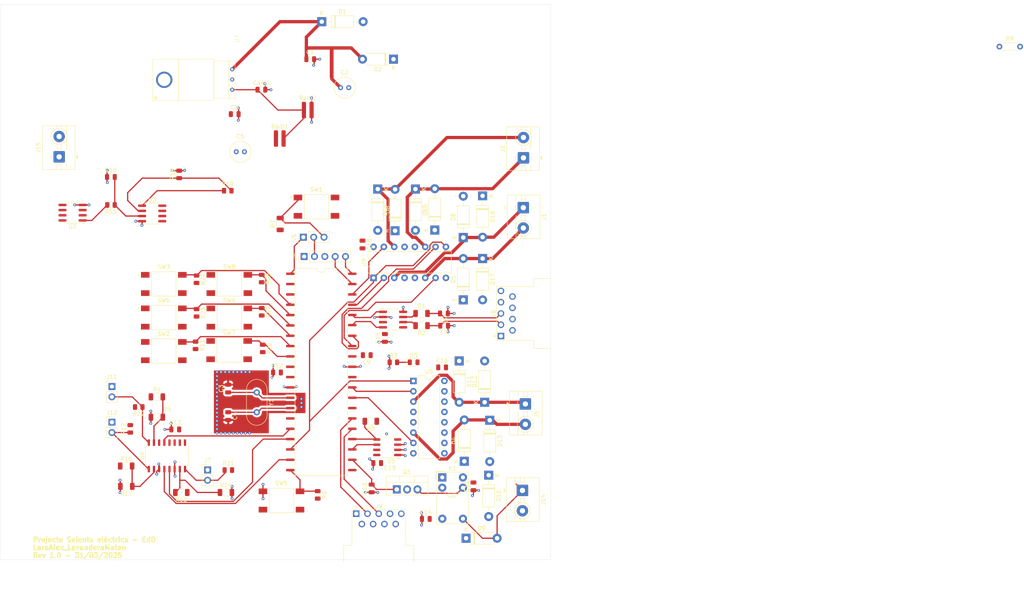
<source format=kicad_pcb>
(kicad_pcb (version 20240108) (generator "pcbnew") (generator_version "8.0")
  (layers (0 "F.Cu" signal) (31 "B.Cu" signal) (34 "B.Paste" user) (35 "F.Paste" user) (36 "B.SilkS" user "B.Silkscreen") (37 "F.SilkS" user "F.Silkscreen") (38 "B.Mask" user) (39 "F.Mask" user) (44 "Edge.Cuts" user))
  (net 0 "")
  (net 1 "GND")
  (net 2 "Net-(D1-K)")
  (net 3 "Net-(U10-OSC1{slash}CLKI{slash}RA7)")
  (net 4 "Net-(U10-OSC2{slash}CLKO{slash}RA6)")
  (net 5 "+5V")
  (net 6 "Net-(C6-Pad2)")
  (net 7 "Net-(C7-Pad2)")
  (net 8 "Net-(U3A-+)")
  (net 9 "VBAT")
  (net 10 "GNDPWR")
  (net 11 "ACTIVACIO_RELE")
  (net 12 "Net-(U7-ADJ{slash}GND)")
  (net 13 "Net-(D3-K)")
  (net 14 "Net-(D13-K)")
  (net 15 "Net-(D17-K)")
  (net 16 "Net-(D16-A)")
  (net 17 "Net-(D15-K)")
  (net 18 "Net-(D14-A)")
  (net 19 "Net-(D9-A2)")
  (net 20 "Net-(D11-A)")
  (net 21 "PGD")
  (net 22 "PGC")
  (net 23 "PROG_MCLR")
  (net 24 "Net-(J6-Pin_3)")
  (net 25 "Net-(J7-Pin_2)")
  (net 31 "Net-(U10-CK{slash}TX{slash}RC6)")
  (net 35 "Net-(U10-DT{slash}RX{slash}RC7)")
  (net 38 "Net-(J11-Pin_2)")
  (net 39 "Net-(J12-Pin_2)")
  (net 40 "Net-(Q1-C)")
  (net 41 "Net-(R4-Pad2)")
  (net 42 "CINT_OUT")
  (net 43 "SDA")
  (net 44 "M1_BOT")
  (net 45 "M3_BOT")
  (net 46 "Net-(R13-Pad2)")
  (net 47 "Net-(U2-V_{OUT})")
  (net 48 "Net-(R16-Pad2)")
  (net 49 "Net-(U3A--)")
  (net 50 "ANALOGIC_OUT")
  (net 51 "M2_BOT")
  (net 57 "OUT_FC2")
  (net 58 "OUT_FC3")
  (net 59 "SCL")
  (net 60 "M3_IN2")
  (net 62 "PWM")
  (net 64 "M3_IN1")
  (net 68 "M2_IN2")
  (net 69 "M1_IN1")
  (net 70 "M1_IN2")
  (net 71 "M2_IN1")
  (net 74 "OUT_FC1")
  (net 77 "M11_BOT")
  (net 81 "Net-(J6-Pin_1)")
  (net 82 "M22_BOT")
  (net 83 "M33_BOT")
  (net 84 "Net-(TJA1051T1-TXD)")
  (net 85 "Net-(TJA1051T1-RXD)")
  (net 87 "Net-(TJA1051T1-CAN-)")
  (net 88 "Net-(TJA1051T1-CAN+)")
  (footprint "Resistor_SMD:R_1206_3216Metric" (layer "F.Cu") (at 88.4625 134.5)
    (property "Reference" "R14")
    (property "Value" "10k")
  )
  (footprint "TerminalBlock:TerminalBlock_MaiXu_MX126-5.0-02P_1x02_P5.00mm" (layer "F.Cu") (at 161.2825 134 -90)
    (property "Reference" "J14")
    (property "Value" "Screw_Terminal_01x02")
  )
  (footprint "Capacitor_THT:C_Radial_D5.0mm_H5.0mm_P2.00mm" (layer "F.Cu") (at 91 50.75)
    (property "Reference" "C5")
    (property "Value" "1uF")
  )
  (footprint "Connector_Dsub:DSUB-9_Male_Horizontal_P2.77x2.84mm_EdgePinOffset9.40mm" (layer "F.Cu") (at 156 96.04 90)
    (property "Reference" "J8")
    (property "Value" "DE9_Plug")
  )
  (footprint "AlexLibrary:SW_2-1437565-7" (layer "F.Cu") (at 73.2 99.75)
    (property "Reference" "SW2")
    (property "Value" "SW_Push")
  )
  (footprint "Capacitor_SMD:C_0805_2012Metric" (layer "F.Cu") (at 142.05 93.5 180)
    (property "Reference" "C7")
    (property "Value" "47n")
  )
  (footprint "AlexLibrary:SW_2-1437565-7" (layer "F.Cu") (at 89.25 99.5)
    (property "Reference" "SW7")
    (property "Value" "SW_Push")
  )
  (footprint "Mis_huellas:SW_2-1437565-7" (layer "F.Cu") (at 102.105776 136.466146)
    (property "Reference" "SW5")
    (property "Value" "SW_Push")
  )
  (footprint "Diode_THT:D_DO-41_SOD81_P7.62mm_Horizontal" (layer "F.Cu") (at 129.62 28 180)
    (property "Reference" "D2")
    (property "Value" "D_TVS")
  )
  (footprint "Capacitor_SMD:C_0805_2012Metric" (layer "F.Cu") (at 123.05 100.75 180)
    (property "Reference" "C9")
    (property "Value" "100n")
  )
  (footprint "Connector_PinHeader_2.54mm:PinHeader_1x02_P2.54mm_Vertical" (layer "F.Cu") (at 60.4625 108.46)
    (property "Reference" "J11")
    (property "Value" "Conn_01x02")
  )
  (footprint "AlexLibrary:SW_2-1437565-7" (layer "F.Cu") (at 89.3 83.25)
    (property "Reference" "SW8")
    (property "Value" "SW_Push")
  )
  (footprint "Resistor_SMD:R_1206_3216Metric" (layer "F.Cu") (at 124.0375 117 180)
    (property "Reference" "R8")
    (property "Value" "2k")
  )
  (footprint "Resistor_SMD:R_0805_2012Metric" (layer "F.Cu") (at 76.965 56.325 90)
    (property "Reference" "R18")
    (property "Value" "1k")
  )
  (footprint "Resistor_SMD:R_0805_2012Metric" (layer "F.Cu") (at 97.25 90.0875 -90)
    (property "Reference" "R10")
    (property "Value" "10k")
  )
  (footprint "Resistor_SMD:R_0805_2012Metric" (layer "F.Cu") (at 81.25 90.3375 -90)
    (property "Reference" "R23")
    (property "Value" "10k")
  )
  (footprint "Package_DIP:DIP-16_W7.62mm" (layer "F.Cu") (at 124.71 81.75 90)
    (property "Reference" "U9")
    (property "Value" "L293D")
  )
  (footprint "Resistor_SMD:R_0805_2012Metric" (layer "F.Cu") (at 81.25 82.0875 -90)
    (property "Reference" "R24")
    (property "Value" "10k")
  )
  (footprint "Diode_THT:D_DO-41_SOD81_P10.16mm_Horizontal" (layer "F.Cu") (at 125.75 59.92 -90)
    (property "Reference" "D8")
    (property "Value" "1N5819")
  )
  (footprint "Connector_PinHeader_2.54mm:PinHeader_1x02_P2.54mm_Vertical" (layer "F.Cu") (at 60.4625 117.225)
    (property "Reference" "J12")
    (property "Value" "Conn_01x02")
  )
  (footprint "TerminalBlock:TerminalBlock_MaiXu_MX126-5.0-02P_1x02_P5.00mm" (layer "F.Cu") (at 162 112.75 -90)
    (property "Reference" "J5")
    (property "Value" "Screw_Terminal_01x02")
  )
  (footprint "Diode_THT:D_DO-41_SOD81_P10.16mm_Horizontal" (layer "F.Cu") (at 112 18.78)
    (property "Reference" "D1")
    (property "Value" "1N4002")
  )
  (footprint "Diode_THT:D_DO-41_SOD81_P10.16mm_Horizontal" (layer "F.Cu") (at 147 126.83 90)
    (property "Reference" "D4")
    (property "Value" "1N5819")
  )
  (footprint "Capacitor_SMD:C_0805_2012Metric" (layer "F.Cu") (at 137.55 141)
    (property "Reference" "C14")
    (property "Value" "33n")
  )
  (footprint "Capacitor_SMD:C_0805_2012Metric" (layer "F.Cu") (at 109.17 28)
    (property "Reference" "C1")
    (property "Value" "100nF")
  )
  (footprint "Package_DIP:DIP-16_W7.62mm" (layer "F.Cu") (at 134.5 107.09)
    (property "Reference" "U6")
    (property "Value" "L293D")
  )
  (footprint "Resistor_SMD:R_1206_3216Metric" (layer "F.Cu") (at 71.5 116 180)
    (property "Reference" "R5")
    (property "Value" "10k")
  )
  (footprint "Resistor_SMD:R_1206_3216Metric" (layer "F.Cu") (at 63.9625 128)
    (property "Reference" "R16")
    (property "Value" "10k")
  )
  (footprint "Diode_THT:D_DO-41_SOD81_P10.16mm_Horizontal" (layer "F.Cu") (at 130 70.16 90)
    (property "Reference" "D14")
    (property "Value" "1N5819")
  )
  (footprint "AlexLibrary:SW_2-1437565-7" (layer "F.Cu") (at 89.3 91.5)
    (property "Reference" "SW4")
    (property "Value" "SW_Push")
  )
  (footprint "Diode_THT:D_DO-41_SOD81_P10.16mm_Horizontal" (layer "F.Cu") (at 139.75 70 90)
    (property "Reference" "D7")
    (property "Value" "1N5819")
  )
  (footprint "AlexLibrary:SW_2-1437565-7" (layer "F.Cu") (at 73.2 83.25)
    (property "Reference" "SW3")
    (property "Value" "SW_Push")
  )
  (footprint "Resistor_SMD:R_0805_2012Metric" (layer "F.Cu") (at 60.2375 63.825 180)
    (property "Reference" "R15")
    (property "Value" "10k")
  )
  (footprint "Resistor_SMD:R_1206_3216Metric" (layer "F.Cu") (at 136.5 90.5)
    (property "Reference" "R1")
    (property "Value" "120")
  )
  (footprint "Resistor_SMD:R_0815_2038Metric" (layer "F.Cu") (at 108.5575 40.5)
    (property "Reference" "Radj2")
    (property "Value" "270")
  )
  (footprint "Resistor_SMD:R_0805_2012Metric" (layer "F.Cu") (at 111 135.0875 -90)
    (property "Reference" "R6")
    (property "Value" "10k")
  )
  (footprint "Mis_huellas:DIP-40_W15.24mm_SMD" (layer "F.Cu") (at 112.06 105.365)
    (property "Reference" "U10" (hide yes))
    (property "Value" "PIC18F4580-IP" (hide yes))
  )
  (footprint "Diode_THT:D_DO-41_SOD81_P7.62mm_Horizontal" (layer "F.Cu") (at 147.44 145.75)
    (property "Reference" "D9")
    (property "Value" "D_TVS")
  )
  (footprint "Diode_THT:D_DO-41_SOD81_P10.16mm_Horizontal" (layer "F.Cu") (at 145.75 102.17 -90)
    (property "Reference" "D11")
    (property "Value" "1N5819")
  )
  (footprint "Resistor_SMD:R_0805_2012Metric" (layer "F.Cu") (at 81 98.3375 -90)
    (property "Reference" "R11")
    (property "Value" "10k")
  )
  (footprint "Connector_PinHeader_2.54mm:PinHeader_1x02_P2.54mm_Vertical" (layer "F.Cu") (at 83.9625 128.96)
    (property "Reference" "J7")
    (property "Value" "Conn_01x02")
  )
  (footprint "Capacitor_SMD:C_0805_2012Metric" (layer "F.Cu") (at 76.0125 119)
    (property "Reference" "C17")
    (property "Value" "100n")
  )
  (footprint "Capacitor_SMD:C_0805_2012Metric" (layer "F.Cu") (at 89 108.95 90)
    (property "Reference" "C3")
    (property "Value" "35pF")
  )
  (footprint "Diode_THT:D_DO-41_SOD81_P10.16mm_Horizontal" (layer "F.Cu") (at 146.75 87.16 90)
    (property "Reference" "D5")
    (property "Value" "1N5819")
  )
  (footprint "Capacitor_SMD:C_0805_2012Metric" (layer "F.Cu") (at 90.62 41.5)
    (property "Reference" "C8")
    (property "Value" "100nF")
  )
  (footprint "TerminalBlock:TerminalBlock_MaiXu_MX126-5.0-02P_1x02_P5.00mm" (layer "F.Cu") (at 161.5325 52.25 90)
    (property "Reference" "J2")
    (property "Value" "Screw_Terminal_01x02")
  )
  (footprint "Diode_THT:D_DO-41_SOD81_P10.16mm_Horizontal" (layer "F.Cu") (at 146.75 71.83 90)
    (property "Reference" "D6")
    (property "Value" "1N5819")
  )
  (footprint "Resistor_SMD:R_0805_2012Metric" (layer "F.Cu") (at 97.5 99.0875 -90)
    (property "Reference" "R20")
    (property "Value" "10k")
  )
  (footprint "Resistor_SMD:R_0805_2012Metric" (layer "F.Cu") (at 64.9625 118.857448 90)
    (property "Reference" "R12")
    (property "Value" "10k")
  )
  (footprint "Diode_THT:D_DO-41_SOD81_P10.16mm_Horizontal" (layer "F.Cu") (at 153.25 116.75 -90)
    (property "Reference" "D13")
    (property "Value" "1N5819")
  )
  (footprint "Capacitor_SMD:C_0805_2012Metric" (layer "F.Cu") (at 125.6075 127.27)
    (property "Reference" "C19")
    (property "Value" "100n")
  )
  (footprint "Resistor_SMD:R_0805_2012Metric" (layer "F.Cu") (at 89.05 129)
    (property "Reference" "R21")
    (property "Value" "10k")
  )
  (footprint "Resistor_SMD:R_1206_3216Metric" (layer "F.Cu") (at 77.5 134.5 180)
    (property "Reference" "R13")
    (property "Value" "10k")
  )
  (footprint "AlexLibrary:SW_2-1437565-7" (layer "F.Cu") (at 73.2 91.5)
    (property "Reference" "SW6")
    (property "Value" "SW_Push")
  )
  (footprint "Capacitor_SMD:C_0805_2012Metric" (layer "F.Cu") (at 97.17 35.5)
    (property "Reference" "Cadj1")
    (property "Value" "10uF")
  )
  (footprint "Resistor_SMD:R_0805_2012Metric" (layer "F.Cu") (at 129.5875 102.5)
    (property "Reference" "R3")
    (property "Value" "150")
  )
  (footprint "TerminalBlock:TerminalBlock_MaiXu_MX126-5.0-02P_1x02_P5.00mm" (layer "F.Cu") (at 47.5 52 90)
    (property "Reference" "J15")
    (property "Value" "Screw_Terminal_01x02")
  )
  (footprint "Capacitor_SMD:C_0805_2012Metric" (layer "F.Cu") (at 122 73.55 -90)
    (property "Reference" "C18")
    (property "Value" "100n")
  )
  (footprint "Package_SO:SOIC-8_3.9x4.9mm_P1.27mm" (layer "F.Cu") (at 129.5 92)
    (property "Reference" "TJA1051T1" (hide yes))
    (property "Value" "U1")
  )
  (footprint "Capacitor_SMD:C_0805_2012Metric" (layer "F.Cu") (at 124.25 133.5 90)
    (property "Reference" "C13")
    (property "Value" "47n")
  )
  (footprint "Capacitor_SMD:C_0805_2012Metric" (layer "F.Cu") (at 60.208562 56.949569)
    (property "Reference" "C10")
    (property "Value" "100n")
  )
  (footprint "Diode_THT:D_DO-41_SOD81_P10.16mm_Horizontal" (layer "F.Cu") (at 151.5 77 -90)
    (property "Reference" "D17")
    (property "Value" "1N5819")
  )
  (footprint "Capacitor_SMD:C_0805_2012Metric" (layer "F.Cu") (at 142 90.5 180)
    (property "Reference" "C6")
    (property "Value" "47n")
  )
  (footprint "Connector_Dsub:DSUB-9_Male_Horizontal_P2.77x2.54mm_EdgePinOffset9.40mm" (layer "F.Cu") (at 120.46 139.724669)
    (property "Reference" "J9")
    (property "Value" "DE9_Plug")
  )
  (footprint "Resistor_SMD:R_0805_2012Metric" (layer "F.Cu") (at 97.25 81.9125 -90)
    (property "Reference" "R25")
    (property "Value" "10k")
  )
  (footprint "Resistor_SMD:R_1206_3216Metric" (layer "F.Cu") (at 101.7875 68.5 90)
    (property "Reference" "R7")
    (property "Value" "300")
  )
  (footprint "Package_SO:SOIC-8_3.9x4.9mm_P1.27mm" (layer "F.Cu") (at 70.35 65.92)
    (property "Reference" "U3")
    (property "Value" "LT6234")
  )
  (footprint "Diode_THT:D_DO-41_SOD81_P10.16mm_Horizontal" (layer "F.Cu") (at 135 59.92 -90)
    (property "Reference" "D15")
    (property "Value" "1N5819")
  )
  (footprint "Connector_PinHeader_2.54mm:PinHeader_1x05_P2.54mm_Vertical" (layer "F.Cu") (at 107.67 76.5 90)
    (property "Reference" "J4")
    (property "Value" "Conn_01x05")
  )
  (footprint "MountingHole:MountingHole_3.2mm_M3" (layer "F.Cu") (at 48.5 18.5)
    (property "Reference" "REF**")
    (property "Value" "MountingHole_3.2mm_M3")
  )
  (footprint "Capacitor_SMD:C_0805_2012Metric" (layer "F.Cu") (at 127.5 96.5 90)
    (property "Reference" "C15")
    (property "Value" "100n")
  )
  (footprint "Capacitor_SMD:C_0805_2012Metric" (layer "F.Cu") (at 149.25 133 90)
    (property "Reference" "C11")
    (property "Value" "47n")
  )
  (footprint "Capacitor_SMD:C_0805_2012Metric" (layer "F.Cu") (at 141.55 103.75)
    (property "Reference" "C16")
    (property "Value" "100n")
  )
  (footprint "Package_SO:SO-8_3.9x4.9mm_P1.27mm" (layer "F.Cu") (at 128.075 123.385 180)
    (property "Reference" "U5")
    (property "Value" "24LC512")
  )
  (footprint "Connector_PinHeader_2.54mm:PinHeader_1x03_P2.54mm_Vertical" (layer "F.Cu") (at 107.475 71.75 90)
    (property "Reference" "J6")
    (property "Value" "Conn_01x03")
  )
  (footprint "Mis_huellas:HuellaDis" (layer "F.Cu") (at 92.21 32.991157 90)
    (property "Reference" "U7")
    (property "Value" "LD1086V-DG")
  )
  (footprint "MountingHole:MountingHole_3.2mm_M3" (layer "F.Cu") (at 162 147.25)
    (property "Reference" "REF**")
    (property "Value" "MountingHole_3.2mm_M3")
  )
  (footprint "Mis_huellas:SW_2-1437565-7" (layer "F.Cu") (at 110.7 64.25)
    (property "Reference" "SW1")
    (property "Value" "SW_Push" (hide yes))
  )
  (footprint "Capacitor_SMD:C_0805_2012Metric" (layer "F.Cu") (at 89.017929 115.728641 -90)
    (property "Reference" "C4")
    (property "Value" "35pF")
  )
  (footprint "Resistor_SMD:R_0805_2012Metric" (layer "F.Cu") (at 88.9125 60.325)
    (property "Reference" "R19")
    (property "Value" "9k")
  )
  (footprint "Resistor_SMD:R_0815_2038Metric" (layer "F.Cu") (at 101.6825 47.5)
    (property "Reference" "Radj1")
    (property "Value" "121")
  )
  (footprint "Resistor_SMD:R_1206_3216Metric" (layer "F.Cu") (at 136.5 93.5 180)
    (property "Reference" "R2")
    (property "Value" "120")
  )
  (footprint "Resistor_THT:R_Axial_DIN0204_L3.6mm_D1.6mm_P5.08mm_Horizontal" (layer "F.Cu") (at 278.43 24.91)
    (property "Reference" "R9")
    (property "Value" "0")
  )
  (footprint "Diode_THT:D_DO-41_SOD81_P10.16mm_Horizontal" (layer "F.Cu") (at 151.5 61.59 -90)
    (property "Reference" "D16")
    (property "Value" "1N5819")
  )
  (footprint "TerminalBlock:TerminalBlock_MaiXu_MX126-5.0-02P_1x02_P5.00mm" (layer "F.Cu") (at 161.5 64.5 -90)
    (property "Reference" "J1")
    (property "Value" "Screw_Terminal_01x02")
  )
  (footprint "Capacitor_SMD:C_0805_2012Metric" (layer "F.Cu") (at 101 105)
    (property "Reference" "C12")
    (property "Value" "100n")
  )
  (footprint "Capacitor_THT:C_Radial_D5.0mm_H5.0mm_P2.00mm" (layer "F.Cu") (at 116.62 35)
    (property "Reference" "C2")
    (property "Value" "1uF")
  )
  (footprint "Package_SO:SOIC-16_4.55x10.3mm_P1.27mm" (layer "F.Cu") (at 73.9625 125.5 90)
    (property "Reference" "U4")
    (property "Value" "LT1721")
  )
  (footprint "Package_SO:SOIC-8_3.9x4.9mm_P1.27mm" (layer "F.Cu") (at 50.8 65.73 180)
    (property "Reference" "U2")
    (property "Value" "LM35-D")
  )
  (footprint "Relay_THT:Relay_SPDT_Omron_G5V-1" (layer "F.Cu") (at 141.5925 130.7925)
    (property "Reference" "K1")
    (property "Value" "Relay_SPDT")
  )
  (footprint "Diode_THT:D_DO-41_SOD81_P10.16mm_Horizontal" (layer "F.Cu") (at 153 130.25 -90)
    (property "Reference" "D10")
    (property "Value" "1N4007")
  )
  (footprint "Diode_THT:D_DO-41_SOD81_P10.16mm_Horizontal" (layer "F.Cu") (at 152 112.33 90)
    (property "Reference" "D12")
    (property "Value" "1N5819")
  )
  (footprint "LED_SMD:LED_0805_2012Metric" (layer "F.Cu") (at 134.5625 102.5)
    (property "Reference" "D3")
    (property "Value" "LED")
  )
  (footprint "Resistor_SMD:R_1206_3216Metric" (layer "F.Cu") (at 64 133 180)
    (property "Reference" "R17")
    (property "Value" "10k")
  )
  (footprint "Resistor_SMD:R_0805_2012Metric" (layer "F.Cu") (at 67.05 113.5 180)
    (property "Reference" "R22")
    (property "Value" "10k")
  )
  (footprint "Crystal:Crystal_HC49-U_Vertical" (layer "F.Cu") (at 96.034112 109.90673 -90)
    (property "Reference" "Y1")
    (property "Value" "Crystal")
  )
  (footprint "Resistor_SMD:R_1206_3216Metric" (layer "F.Cu") (at 71.5 111)
    (property "Reference" "R4")
    (property "Value" "10k")
  )
  (footprint "Package_TO_SOT_THT:TO-220-3_Vertical" (layer "F.Cu") (at 130.42 133.75)
    (property "Reference" "Q1")
    (property "Value" "DTC144E")
  )
  (gr_rect (start 33 14.5) (end 168.25 151) (stroke (width 0.05)) (fill none) (layer "Edge.Cuts"))
  (gr_text_box "Projecte Seients elèctrics - EdD\nLaraAlex_LavanderaMateo\nRev 1.0 - 31/03/2025" (start 40 144.5) (end 74 156) (layer "F.SilkS") (effects (font (size 1.2 1.2) (thickness 0.3) (bold yes)) (justify left top)) (border yes))
  (segment (start 117.64 103.64) (end 117.5 103.5) (width 0.3) (layer "F.Cu") (net 1))
  (segment (start 76.965 55.4125) (end 78.2375 55.4125) (width 0.3) (layer "F.Cu") (net 1))
  (segment (start 97.555776 135.989044) (end 97.578931 136.012199) (width 0.3) (layer "F.Cu") (net 1))
  (segment (start 72.0575 128.75) (end 72.0575 127.595) (width 0.3) (layer "F.Cu") (net 1))
  (segment (start 70.0375 114.5375) (end 70 114.5) (width 0.3) (layer "F.Cu") (net 1))
  (segment (start 132.31 125.29) (end 132.5 125.48) (width 0.3) (layer "F.Cu") (net 1))
  (segment (start 128.675 102.5) (end 128.675 103.825) (width 0.3) (layer "F.Cu") (net 1))
  (segment (start 105.57 108.68) (end 105.75 108.5) (width 0.3) (layer "F.Cu") (net 1))
  (segment (start 131.975 90.095) (end 131.975 89.025) (width 0.3) (layer "F.Cu") (net 1))
  (segment (start 109.495 40.5) (end 109.495 37.505) (width 0.3) (layer "F.Cu") (net 1))
  (segment (start 75.0625 119) (end 73.4625 119) (width 0.3) (layer "F.Cu") (net 1))
  (segment (start 124.25 134.45) (end 122.8 134.45) (width 0.3) (layer "F.Cu") (net 1))
  (segment (start 98.12 35.5) (end 99.5 35.5) (width 0.3) (layer "F.Cu") (net 1))
  (segment (start 128.9 97.45) (end 129 97.55) (width 0.3) (layer "F.Cu") (net 1))
  (segment (start 75.8675 128.75) (end 75.8675 127.095) (width 0.3) (layer "F.Cu") (net 1))
  (segment (start 53.275 63.825) (end 51.325 63.825) (width 0.3) (layer "F.Cu") (net 1))
  (segment (start 91.57 41.5) (end 91.57 42.93) (width 0.3) (layer "F.Cu") (net 1))
  (segment (start 132.46 124.02) (end 132.5 123.98) (width 0.3) (layer "F.Cu") (net 1))
  (segment (start 110.12 28) (end 111.5 28) (width 0.3) (layer "F.Cu") (net 1))
  (segment (start 70.0375 116) (end 70.0375 117.4625) (width 0.3) (layer "F.Cu") (net 1))
  (segment (start 126.970432 91.470432) (end 127 91.5) (width 0.3) (layer "F.Cu") (net 1))
  (segment (start 130.65 125.29) (end 132.31 125.29) (width 0.3) (layer "F.Cu") (net 1))
  (segment (start 142.95 90.5) (end 144.5 90.5) (width 0.3) (layer "F.Cu") (net 1))
  (segment (start 76.965 55.4125) (end 75.4125 55.4125) (width 0.3) (layer "F.Cu") (net 1))
  (segment (start 89.925 135.9625) (end 89.9625 136) (width 0.3) (layer "F.Cu") (net 1))
  (segment (start 89.925 134.5) (end 89.925 133.0375) (width 0.3) (layer "F.Cu") (net 1))
  (segment (start 91.57 40.07) (end 91.5 40) (width 0.3) (layer "F.Cu") (net 1))
  (segment (start 75.8675 130.405) (end 75.9625 130.5) (width 0.3) (layer "F.Cu") (net 1))
  (segment (start 110.12 28) (end 110.12 29.38) (width 0.3) (layer "F.Cu") (net 1))
  (segment (start 119.5 103.64) (end 117.64 103.64) (width 0.3) (layer "F.Cu") (net 1))
  (segment (start 100.05 105.95) (end 99.75 106.25) (width 0.3) (layer "F.Cu") (net 1))
  (segment (start 132.23 122.75) (end 132.5 122.48) (width 0.3) (layer "F.Cu") (net 1))
  (segment (start 109.495 43.495) (end 109.5 43.5) (width 0.3) (layer "F.Cu") (net 1))
  (segment (start 121.36 103.64) (end 121.5 103.5) (width 0.3) (layer "F.Cu") (net 1))
  (segment (start 97.555776 134.216146) (end 97.555776 135.989044) (width 0.3) (layer "F.Cu") (net 1))
  (segment (start 71.4625 129.345) (end 71.4625 130) (width 0.3) (layer "F.Cu") (net 1))
  (segment (start 59.258562 56.949569) (end 59.258562 55.391438) (width 0.3) (layer "F.Cu") (net 1))
  (segment (start 128.675 102.5) (end 128.675 101.175) (width 0.3) (layer "F.Cu") (net 1))
  (segment (start 91.57 41.5) (end 91.57 40.07) (width 0.3) (layer "F.Cu") (net 1))
  (segment (start 127.025 91.365) (end 128.865 91.365) (width 0.3) (layer "F.Cu") (net 1))
  (segment (start 97.055776 134.016146) (end 97.105776 133.966146) (width 0.3) (layer "F.Cu") (net 1))
  (segment (start 86.36 108) (end 86.26 107.9) (width 0.3) (layer "F.Cu") (net 1))
  (segment (start 128.865 91.365) (end 129 91.5) (width 0.3) (layer "F.Cu") (net 1))
  (segment (start 62.5375 133) (end 62.5375 131.575) (width 0.3) (layer "F.Cu") (net 1))
  (segment (start 70.0375 117.4625) (end 70 117.5) (width 0.3) (layer "F.Cu") (net 1))
  (segment (start 130.65 124.02) (end 132.46 124.02) (width 0.3) (layer "F.Cu") (net 1))
  (segment (start 122.8 134.45) (end 122.75 134.5) (width 0.3) (layer "F.Cu") (net 1))
  (segment (start 109.495 40.5) (end 109.495 43.495) (width 0.3) (layer "F.Cu") (net 1))
  (segment (start 110.12 29.38) (end 110 29.5) (width 0.3) (layer "F.Cu") (net 1))
  (segment (start 130.65 122.75) (end 132.23 122.75) (width 0.3) (layer "F.Cu") (net 1))
  (segment (start 142.95 89.05) (end 143 89) (width 0.3) (layer "F.Cu") (net 1))
  (segment (start 126.96 91.46) (end 127 91.5) (width 0.3) (layer "F.Cu") (net 1))
  (segment (start 127.5 97.45) (end 126.1 97.45) (width 0.3) (layer "F.Cu") (net 1))
  (segment (start 59.258562 58.258562) (end 59.325 58.325) (width 0.3) (layer "F.Cu") (net 1))
  (segment (start 102.93 108.68) (end 102.75 108.5) (width 0.3) (layer "F.Cu") (net 1))
  (segment (start 89.017929 116.678641) (end 86.481359 116.678641) (width 0.3) (layer "F.Cu") (net 1))
  (segment (start 125.7 134.45) (end 125.75 134.5) (width 0.3) (layer "F.Cu") (net 1))
  (segment (start 98.12 35.5) (end 98.12 34.12) (width 0.3) (layer "F.Cu") (net 1))
  (segment (start 124.25 134.45) (end 125.7 134.45) (width 0.3) (layer "F.Cu") (net 1))
  (segment (start 72.0575 128.75) (end 71.4625 129.345) (width 0.3) (layer "F.Cu") (net 1))
  (segment (start 143 93.5) (end 144.5 93.5) (width 0.3) (layer "F.Cu") (net 1))
  (segment (start 86.481359 116.678641) (end 86.26 116.9) (width 0.3) (layer "F.Cu") (net 1))
  (segment (start 91.57 42.93) (end 91.5 43) (width 0.3) (layer "F.Cu") (net 1))
  (segment (start 124.6575 127.1575) (end 124.6575 127.27) (width 0.3) (layer "F.Cu") (net 1))
  (segment (start 128.675 101.175) (end 128.5 101) (width 0.3) (layer "F.Cu") (net 1))
  (segment (start 78.2375 55.4125) (end 78.325 55.325) (width 0.3) (layer "F.Cu") (net 1))
  (segment (start 109.495 37.505) (end 109.5 37.5) (width 0.3) (layer "F.Cu") (net 1))
  (segment (start 97.555776 134.216146) (end 97.555776 132.535354) (width 0.3) (layer "F.Cu") (net 1))
  (segment (start 67.875 68.775) (end 67.825 68.825) (width 0.3) (layer "F.Cu") (net 1))
  (segment (start 128.075 120.245) (end 127.925 120.095) (width 0.3) (layer "F.Cu") (net 1))
  (segment (start 143 93.5) (end 143 95) (width 0.3) (layer "F.Cu") (net 1))
  (segment (start 72.0575 127.595) (end 71.9625 127.5) (width 0.3) (layer "F.Cu") (net 1))
  (segment (start 53.275 63.825) (end 54.825 63.825) (width 0.3) (layer "F.Cu") (net 1))
  (segment (start 62.5375 134.425) (end 62.4625 134.5) (width 0.3) (layer "F.Cu") (net 1))
  (segment (start 131.975 89.025) (end 132 89) (width 0.3) (layer "F.Cu") (net 1))
  (segment (start 67.875 67.825) (end 66.325 67.825) (width 0.3) (layer "F.Cu") (net 1))
  (segment (start 98.12 34.12) (end 98 34) (width 0.3) (layer "F.Cu") (net 1))
  (segment (start 125.135 91.365) (end 125 91.5) (width 0.3) (layer "F.Cu") (net 1))
  (segment (start 124.6575 127.27) (end 124.6575 128.5925) (width 0.3) (layer "F.Cu") (net 1))
  (segment (start 104.26 108.68) (end 105.57 108.68) (width 0.3) (layer "F.Cu") (net 1))
  (segment (start 75.8675 127.095) (end 75.9625 127) (width 0.3) (layer "F.Cu") (net 1))
  (segment (start 97.555776 132.535354) (end 97.578931 132.512199) (width 0.3) (layer "F.Cu") (net 1))
  (segment (start 100.05 103.3) (end 100 103.25) (width 0.3) (layer "F.Cu") (net 1))
  (segment (start 128.675 103.825) (end 128.5 104) (width 0.3) (layer "F.Cu") (net 1))
  (segment (start 62.5375 131.575) (end 62.4625 131.5) (width 0.3) (layer "F.Cu") (net 1))
  (segment (start 62.5375 133) (end 62.5375 134.425) (width 0.3) (layer "F.Cu") (net 1))
  (segment (start 123.75 126.25) (end 124.6575 127.1575) (width 0.3) (layer "F.Cu") (net 1))
  (segment (start 119.5 103.64) (end 121.36 103.64) (width 0.3) (layer "F.Cu") (net 1))
  (segment (start 124.6575 128.5925) (end 124.5 128.75) (width 0.3) (layer "F.Cu") (net 1))
  (segment (start 100.05 105) (end 100.05 105.95) (width 0.3) (layer "F.Cu") (net 1))
  (segment (start 89.925 134.5) (end 89.925 135.9625) (width 0.3) (layer "F.Cu") (net 1))
  (segment (start 127.025 91.365) (end 125.135 91.365) (width 0.3) (layer "F.Cu") (net 1))
  (segment (start 75.0625 117.6) (end 74.9625 117.5) (width 0.3) (layer "F.Cu") (net 1))
  (segment (start 89.925 133.0375) (end 89.9625 133) (width 0.3) (layer "F.Cu") (net 1))
  (segment (start 127.5 97.45) (end 128.9 97.45) (width 0.3) (layer "F.Cu") (net 1))
  (segment (start 59.258562 55.391438) (end 59.325 55.325) (width 0.3) (layer "F.Cu") (net 1))
  (segment (start 89 108) (end 86.36 108) (width 0.3) (layer "F.Cu") (net 1))
  (segment (start 126.1 97.45) (end 126 97.55) (width 0.3) (layer "F.Cu") (net 1))
  (segment (start 67.875 67.825) (end 67.875 68.775) (width 0.3) (layer "F.Cu") (net 1))
  (segment (start 75.8675 128.75) (end 75.8675 130.405) (width 0.3) (layer "F.Cu") (net 1))
  (segment (start 59.258562 56.949569) (end 59.258562 58.258562) (width 0.3) (layer "F.Cu") (net 1))
  (segment (start 142.95 90.5) (end 142.95 89.05) (width 0.3) (layer "F.Cu") (net 1))
  (segment (start 100.05 105) (end 100.05 103.3) (width 0.3) (layer "F.Cu") (net 1))
  (segment (start 75.4125 55.4125) (end 75.325 55.325) (width 0.3) (layer "F.Cu") (net 1))
  (segment (start 75.0625 119) (end 75.0625 117.6) (width 0.3) (layer "F.Cu") (net 1))
  (segment (start 104.26 108.68) (end 102.93 108.68) (width 0.3) (layer "F.Cu") (net 1))
  (segment (start 70.0375 116) (end 70.0375 114.5375) (width 0.3) (layer "F.Cu") (net 1))
  (via (at 90.26 104.9) (size 0.7) (drill 0.3) (layers "F.Cu" "B.Cu") (net 1))
  (via (at 125.75 134.5) (size 0.7) (drill 0.3) (layers "F.Cu" "B.Cu") (net 1))
  (via (at 132 89) (size 0.7) (drill 0.3) (layers "F.Cu" "B.Cu") (net 1))
  (via (at 71.9625 127.5) (size 0.7) (drill 0.3) (layers "F.Cu" "B.Cu") (net 1))
  (via (at 78.325 55.325) (size 0.7) (drill 0.3) (layers "F.Cu" "B.Cu") (net 1))
  (via (at 86.26 118.9) (size 0.7) (drill 0.3) (layers "F.Cu" "B.Cu") (net 1))
  (via (at 107 113.5) (size 0.7) (drill 0.3) (layers "F.Cu" "B.Cu") (net 1))
  (via (at 86.26 112.9) (size 0.7) (drill 0.3) (layers "F.Cu" "B.Cu") (net 1))
  (via (at 122.75 134.5) (size 0.7) (drill 0.3) (layers "F.Cu" "B.Cu") (net 1))
  (via (at 109.5 43.5) (size 0.7) (drill 0.3) (layers "F.Cu" "B.Cu") (net 1))
  (via (at 71.4625 130) (size 0.7) (drill 0.3) (layers "F.Cu" "B.Cu") (net 1))
  (via (at 123.75 126.25) (size 0.7) (drill 0.3) (layers "F.Cu" "B.Cu") (net 1))
  (via (at 98 34) (size 0.7) (drill 0.3) (layers "F.Cu" "B.Cu") (net 1))
  (via (at 86.26 104.9) (size 0.7) (drill 0.3) (layers "F.Cu" "B.Cu") (net 1))
  (via (at 91.26 104.9) (size 0.7) (drill 0.3) (layers "F.Cu" "B.Cu") (net 1))
  (via (at 89.26 119.9) (size 0.7) (drill 0.3) (layers "F.Cu" "B.Cu") (net 1))
  (via (at 86.26 115.9) (size 0.7) (drill 0.3) (layers "F.Cu" "B.Cu") (net 1))
  (via (at 86.26 117.9) (size 0.7) (drill 0.3) (layers "F.Cu" "B.Cu") (net 1))
  (via (at 132.5 122.48) (size 0.7) (drill 0.3) (layers "F.Cu" "B.Cu") (net 1))
  (via (at 86.26 105.9) (size 0.7) (drill 0.3) (layers "F.Cu" "B.Cu") (net 1))
  (via (at 87.26 119.9) (size 0.7) (drill 0.3) (layers "F.Cu" "B.Cu") (net 1))
  (via (at 88.26 104.9) (size 0.7) (drill 0.3) (layers "F.Cu" "B.Cu") (net 1))
  (via (at 86.26 107.9) (size 0.7) (drill 0.3) (layers "F.Cu" "B.Cu") (net 1))
  (via (at 86.26 109.9) (size 0.7) (drill 0.3) (layers "F.Cu" "B.Cu") (net 1))
  (via (at 107 111.5) (size 0.7) (drill 0.3) (layers "F.Cu" "B.Cu") (net 1))
  (via (at 75.9625 130.5) (size 0.7) (drill 0.3) (layers "F.Cu" "B.Cu") (net 1))
  (via (at 100 103.25) (size 0.6) (drill 0.3) (layers "F.Cu" "B.Cu") (net 1))
  (via (at 97.578931 136.012199) (size 0.7) (drill 0.3) (layers "F.Cu" "B.Cu") (net 1))
  (via (at 86.26 106.9) (size 0.7) (drill 0.3) (layers "F.Cu" "B.Cu") (net 1))
  (via (at 110 29.5) (size 0.7) (drill 0.3) (layers "F.Cu" "B.Cu") (net 1))
  (via (at 129 91.5) (size 0.7) (drill 0.3) (layers "F.Cu" "B.Cu") (net 1))
  (via (at 125 91.5) (size 0.7) (drill 0.3) (layers "F.Cu" "B.Cu") (net 1))
  (via (at 88.26 119.9) (size 0.7) (drill 0.3) (layers "F.Cu" "B.Cu") (net 1))
  (via (at 93.26 104.9) (size 0.7) (drill 0.3) (layers "F.Cu" "B.Cu") (net 1))
  (via (at 70 114.5) (size 0.7) (drill 0.3) (layers "F.Cu" "B.Cu") (net 1))
  (via (at 51.325 63.825) (size 0.7) (drill 0.3) (layers "F.Cu" "B.Cu") (net 1))
  (via (at 59.325 55.325) (size 0.7) (drill 0.3) (layers "F.Cu" "B.Cu") (net 1))
  (via (at 89.26 104.9) (size 0.7) (drill 0.3) (layers "F.Cu" "B.Cu") (net 1))
  (via (at 99.75 106.25) (size 0.6) (drill 0.3) (layers "F.Cu" "B.Cu") (net 1))
  (via (at 73.4625 119) (size 0.7) (drill 0.3) (layers "F.Cu" "B.Cu") (net 1))
  (via (at 99.5 35.5) (size 0.7) (drill 0.3) (layers "F.Cu" "B.Cu") (net 1))
  (via (at 89.9625 133) (size 0.7) (drill 0.3) (layers "F.Cu" "B.Cu") (net 1))
  (via (at 75.325 55.325) (size 0.7) (drill 0.3) (layers "F.Cu" "B.Cu") (net 1))
  (via (at 128.5 104) (size 0.7) (drill 0.3) (layers "F.Cu" "B.Cu") (net 1))
  (via (at 90.26 119.9) (size 0.7) (drill 0.3) (layers "F.Cu" "B.Cu") (net 1))
  (via (at 143 89) (size 0.7) (drill 0.3) (layers "F.Cu" "B.Cu") (net 1))
  (via (at 70 117.5) (size 0.7) (drill 0.3) (layers "F.Cu" "B.Cu") (net 1))
  (via (at 128.5 101) (size 0.7) (drill 0.3) (layers "F.Cu" "B.Cu") (net 1))
  (via (at 144.5 90.5) (size 0.7) (drill 0.3) (layers "F.Cu" "B.Cu") (net 1))
  (via (at 117.5 103.5) (size 0.7) (drill 0.3) (layers "F.Cu" "B.Cu") (net 1))
  (via (at 54.825 63.825) (size 0.7) (drill 0.3) (layers "F.Cu" "B.Cu") (net 1))
  (via (at 86.26 114.9) (size 0.7) (drill 0.3) (layers "F.Cu" "B.Cu") (net 1))
  (via (at 94.26 104.9) (size 0.7) (drill 0.3) (layers "F.Cu" "B.Cu") (net 1))
  (via (at 144.5 93.5) (size 0.7) (drill 0.3) (layers "F.Cu" "B.Cu") (net 1))
  (via (at 91.26 119.9) (size 0.7) (drill 0.3) (layers "F.Cu" "B.Cu") (net 1))
  (via (at 75.9625 127) (size 0.7) (drill 0.3) (layers "F.Cu" "B.Cu") (net 1))
  (via (at 107 112.5) (size 0.7) (drill 0.3) (layers "F.Cu" "B.Cu") (net 1))
  (via (at 86.26 113.9) (size 0.7) (drill 0.3) (layers "F.Cu" "B.Cu") (net 1))
  (via (at 66.325 67.825) (size 0.7) (drill 0.3) (layers "F.Cu" "B.Cu") (net 1))
  (via (at 59.325 58.325) (size 0.7) (drill 0.3) (layers "F.Cu" "B.Cu") (net 1))
  (via (at 105.75 108.5) (size 0.6) (drill 0.3) (layers "F.Cu" "B.Cu") (net 1))
  (via (at 97.578931 132.512199) (size 0.7) (drill 0.3) (layers "F.Cu" "B.Cu") (net 1))
  (via (at 89.9625 136) (size 0.7) (drill 0.3) (layers "F.Cu" "B.Cu") (net 1))
  (via (at 121.5 103.5) (size 0.7) (drill 0.3) (layers "F.Cu" "B.Cu") (net 1))
  (via (at 86.26 116.9) (size 0.7) (drill 0.3) (layers "F.Cu" "B.Cu") (net 1))
  (via (at 126 97.55) (size 0.7) (drill 0.3) (layers "F.Cu" "B.Cu") (net 1))
  (via (at 127.925 120.095) (size 0.7) (drill 0.3) (layers "F.Cu" "B.Cu") (net 1))
  (via (at 93.26 119.9) (size 0.7) (drill 0.3) (layers "F.Cu" "B.Cu") (net 1))
  (via (at 94.26 119.9) (size 0.7) (drill 0.3) (layers "F.Cu" "B.Cu") (net 1))
  (via (at 111.5 28) (size 0.7) (drill 0.3) (layers "F.Cu" "B.Cu") (net 1))
  (via (at 87.26 104.9) (size 0.7) (drill 0.3) (layers "F.Cu" "B.Cu") (net 1))
  (via (at 74.9625 117.5) (size 0.7) (drill 0.3) (layers "F.Cu" "B.Cu") (net 1))
  (via (at 62.4625 131.5) (size 0.7) (drill 0.3) (layers "F.Cu" "B.Cu") (net 1))
  (via (at 86.26 111.9) (size 0.7) (drill 0.3) (layers "F.Cu" "B.Cu") (net 1))
  (via (at 132.5 123.98) (size 0.7) (drill 0.3) (layers "F.Cu" "B.Cu") (net 1))
  (via (at 92.26 104.9) (size 0.7) (drill 0.3) (layers "F.Cu" "B.Cu") (net 1))
  (via (at 86.26 119.9) (size 0.7) (drill 0.3) (layers "F.Cu" "B.Cu") (net 1))
  (via (at 62.4625 134.5) (size 0.7) (drill 0.3) (layers "F.Cu" "B.Cu") (net 1))
  (via (at 91.5 43) (size 0.7) (drill 0.3) (layers "F.Cu" "B.Cu") (net 1))
  (via (at 124.5 128.75) (size 0.7) (drill 0.3) (layers "F.Cu" "B.Cu") (net 1))
  (via (at 129 97.55) (size 0.7) (drill 0.3) (layers "F.Cu" "B.Cu") (net 1))
  (via (at 109.5 37.5) (size 0.7) (drill 0.3) (layers "F.Cu" "B.Cu") (net 1))
  (via (at 86.26 108.9) (size 0.7) (drill 0.3) (layers "F.Cu" "B.Cu") (net 1))
  (via (at 143 95) (size 0.7) (drill 0.3) (layers "F.Cu" "B.Cu") (net 1))
  (via (at 102.75 108.5) (size 0.6) (drill 0.3) (layers "F.Cu" "B.Cu") (net 1))
  (via (at 132.5 125.48) (size 0.7) (drill 0.3) (layers "F.Cu" "B.Cu") (net 1))
  (via (at 86.26 110.9) (size 0.7) (drill 0.3) (layers "F.Cu" "B.Cu") (net 1))
  (via (at 67.825 68.825) (size 0.7) (drill 0.3) (layers "F.Cu" "B.Cu") (net 1))
  (via (at 92.26 119.9) (size 0.7) (drill 0.3) (layers "F.Cu" "B.Cu") (net 1))
  (via (at 91.5 40) (size 0.7) (drill 0.3) (layers "F.Cu" "B.Cu") (net 1))
  (segment (start 112 18.78) (end 108.22 22.56) (width 0.8) (layer "F.Cu") (net 2))
  (segment (start 108.22 25) (end 108.22 22.56) (width 0.3) (layer "F.Cu") (net 2))
  (segment (start 116.62 35) (end 114.12 32.5) (width 0.3) (layer "F.Cu") (net 2))
  (segment (start 114.12 25) (end 108.22 25) (width 0.3) (layer "F.Cu") (net 2))
  (segment (start 114.5 25.25) (end 108.22 25.25) (width 0.8) (layer "F.Cu") (net 2))
  (segment (start 108.22 25.25) (end 108.22 25) (width 0.3) (layer "F.Cu") (net 2))
  (segment (start 90 30.5) (end 101.72 18.78) (width 0.8) (layer "F.Cu") (net 2))
  (segment (start 116.62 35) (end 114.5 32.88) (width 0.8) (layer "F.Cu") (net 2))
  (segment (start 122 28) (end 119.25 25.25) (width 0.8) (layer "F.Cu") (net 2))
  (segment (start 114.5 32.88) (end 114.5 25.25) (width 0.8) (layer "F.Cu") (net 2))
  (segment (start 119.25 25.25) (end 114.5 25.25) (width 0.8) (layer "F.Cu") (net 2))
  (segment (start 122 28) (end 119 25) (width 0.3) (layer "F.Cu") (net 2))
  (segment (start 114.12 32.5) (end 114.12 25) (width 0.3) (layer "F.Cu") (net 2))
  (segment (start 101.72 18.78) (end 112 18.78) (width 0.8) (layer "F.Cu") (net 2))
  (segment (start 108.22 22.56) (end 108.22 28) (width 0.8) (layer "F.Cu") (net 2))
  (segment (start 119 25) (end 114.12 25) (width 0.3) (layer "F.Cu") (net 2))
  (segment (start 108.22 28) (end 108.22 25.25) (width 0.3) (layer "F.Cu") (net 2))
  (segment (start 96.034112 109.90673) (end 90.26673 109.90673) (width 0.3) (layer "F.Cu") (net 3))
  (segment (start 90.26673 109.90673) (end 90.26 109.9) (width 0.3) (layer "F.Cu") (net 3))
  (segment (start 97.387382 111.26) (end 104.26 111.26) (width 0.3) (layer "F.Cu") (net 3))
  (segment (start 96.034112 109.90673) (end 97.387382 111.26) (width 0.3) (layer "F.Cu") (net 3))
  (segment (start 89 109.9) (end 90.26 109.9) (width 0.3) (layer "F.Cu") (net 3))
  (segment (start 96.034112 114.78673) (end 96.221684 114.78673) (width 0.3) (layer "F.Cu") (net 4))
  (segment (start 96.034112 114.78673) (end 89.026018 114.78673) (width 0.3) (layer "F.Cu") (net 4))
  (segment (start 89.026018 114.78673) (end 89.017929 114.778641) (width 0.3) (layer "F.Cu") (net 4))
  (segment (start 97.208414 113.8) (end 104.26 113.8) (width 0.3) (layer "F.Cu") (net 4))
  (segment (start 96.221684 114.78673) (end 97.208414 113.8) (width 0.3) (layer "F.Cu") (net 4))
  (segment (start 156 90.5) (end 154.925 91.575) (width 0.3) (layer "F.Cu") (net 6))
  (segment (start 142.125 91.575) (end 141.05 90.5) (width 0.3) (layer "F.Cu") (net 6))
  (segment (start 154.925 91.575) (end 142.125 91.575) (width 0.3) (layer "F.Cu") (net 6))
  (segment (start 137.9625 90.5) (end 141.05 90.5) (width 0.3) (layer "F.Cu") (net 6))
  (segment (start 142.175 92.425) (end 141.1 93.5) (width 0.3) (layer "F.Cu") (net 7))
  (segment (start 156 93.27) (end 155.155 92.425) (width 0.3) (layer "F.Cu") (net 7))
  (segment (start 155.155 92.425) (end 142.175 92.425) (width 0.3) (layer "F.Cu") (net 7))
  (segment (start 137.9625 93.5) (end 141.1 93.5) (width 0.3) (layer "F.Cu") (net 7))
  (segment (start 61.15 63.825) (end 63.88 66.555) (width 0.3) (layer "F.Cu") (net 8))
  (segment (start 61.158562 56.949569) (end 61.158562 63.816438) (width 0.3) (layer "F.Cu") (net 8))
  (segment (start 63.88 66.555) (end 67.875 66.555) (width 0.3) (layer "F.Cu") (net 8))
  (segment (start 61.158562 63.816438) (end 61.15 63.825) (width 0.3) (layer "F.Cu") (net 8))
  (segment (start 149.25 135) (end 149 135.25) (width 0.3) (layer "F.Cu") (net 10))
  (segment (start 150.45 133.95) (end 150.5 134) (width 0.3) (layer "F.Cu") (net 10))
  (segment (start 136.6 141) (end 136.6 142.4) (width 0.3) (layer "F.Cu") (net 10))
  (segment (start 136.6 139.6) (end 136.5 139.5) (width 0.3) (layer "F.Cu") (net 10))
  (segment (start 136.6 142.4) (end 136.5 142.5) (width 0.3) (layer "F.Cu") (net 10))
  (segment (start 149.25 133.95) (end 150.45 133.95) (width 0.3) (layer "F.Cu") (net 10))
  (segment (start 136.6 141) (end 136.6 139.6) (width 0.3) (layer "F.Cu") (net 10))
  (segment (start 149.25 133.95) (end 149.25 135) (width 0.3) (layer "F.Cu") (net 10))
  (via (at 150.5 134) (size 0.7) (drill 0.3) (layers "F.Cu" "B.Cu") (net 10))
  (via (at 149 135.25) (size 0.7) (drill 0.3) (layers "F.Cu" "B.Cu") (net 10))
  (via (at 136.5 139.5) (size 0.7) (drill 0.3) (layers "F.Cu" "B.Cu") (net 10))
  (via (at 136.5 142.5) (size 0.7) (drill 0.3) (layers "F.Cu" "B.Cu") (net 10))
  (segment (start 125.45 133.75) (end 124.25 132.55) (width 0.3) (layer "F.Cu") (net 11))
  (segment (start 130.42 133.75) (end 125.45 133.75) (width 0.3) (layer "F.Cu") (net 11))
  (segment (start 124.25 131.21) (end 124.25 132.55) (width 0.3) (layer "F.Cu") (net 11))
  (segment (start 119.5 126.46) (end 124.25 131.21) (width 0.3) (layer "F.Cu") (net 11))
  (segment (start 101.22 40.5) (end 96.22 35.5) (width 0.3) (layer "F.Cu") (net 12))
  (segment (start 90 35.5) (end 96.22 35.5) (width 0.3) (layer "F.Cu") (net 12))
  (segment (start 102.62 47.5) (end 107.62 42.5) (width 0.3) (layer "F.Cu") (net 12))
  (segment (start 107.62 40.5) (end 101.22 40.5) (width 0.3) (layer "F.Cu") (net 12))
  (segment (start 107.62 42.5) (end 107.62 40.5) (width 0.3) (layer "F.Cu") (net 12))
  (segment (start 130.5 102.5) (end 133.625 102.5) (width 0.3) (layer "F.Cu") (net 13))
  (segment (start 134.5 119.79) (end 140.98 126.27) (width 0.8) (layer "F.Cu") (net 14))
  (segment (start 144.25 124.719899) (end 144.25 119.42) (width 0.8) (layer "F.Cu") (net 14))
  (segment (start 153.25 116.75) (end 154 116.75) (width 0.8) (layer "F.Cu") (net 14))
  (segment (start 142.699899 126.27) (end 144.25 124.719899) (width 0.8) (layer "F.Cu") (net 14))
  (segment (start 144.25 119.42) (end 147 116.67) (width 0.8) (layer "F.Cu") (net 14))
  (segment (start 162 117.75) (end 161.35 118.4) (width 0.3) (layer "F.Cu") (net 14))
  (segment (start 155 117.75) (end 162 117.75) (width 0.8) (layer "F.Cu") (net 14))
  (segment (start 153.17 116.67) (end 153.25 116.75) (width 0.8) (layer "F.Cu") (net 14))
  (segment (start 154 116.75) (end 155 117.75) (width 0.8) (layer "F.Cu") (net 14))
  (segment (start 147 116.67) (end 153.17 116.67) (width 0.8) (layer "F.Cu") (net 14))
  (segment (start 140.98 126.27) (end 142.699899 126.27) (width 0.8) (layer "F.Cu") (net 14))
  (segment (start 146.75 77) (end 151.5 77) (width 0.8) (layer "F.Cu") (net 15))
  (segment (start 154 77) (end 161.5 69.5) (width 0.8) (layer "F.Cu") (net 15))
  (segment (start 137.41 81.75) (end 142.16 77) (width 0.8) (layer "F.Cu") (net 15))
  (segment (start 151.5 77) (end 154 77) (width 0.8) (layer "F.Cu") (net 15))
  (segment (start 142.16 77) (end 146.75 77) (width 0.8) (layer "F.Cu") (net 15))
  (segment (start 146.75 72.75) (end 146.75 71.83) (width 0.8) (layer "F.Cu") (net 16))
  (segment (start 151.5 71.75) (end 154.25 71.75) (width 0.8) (layer "F.Cu") (net 16))
  (segment (start 131.19 80.35) (end 137.395786 80.35) (width 0.8) (layer "F.Cu") (net 16))
  (segment (start 151.42 71.83) (end 151.5 71.75) (width 0.8) (layer "F.Cu") (net 16))
  (segment (start 142.215786 75.53) (end 143.97 75.53) (width 0.8) (layer "F.Cu") (net 16))
  (segment (start 137.395786 80.35) (end 142.215786 75.53) (width 0.8) (layer "F.Cu") (net 16))
  (segment (start 129.79 81.75) (end 131.19 80.35) (width 0.8) (layer "F.Cu") (net 16))
  (segment (start 154.25 71.75) (end 161.5 64.5) (width 0.8) (layer "F.Cu") (net 16))
  (segment (start 146.75 71.83) (end 151.42 71.83) (width 0.8) (layer "F.Cu") (net 16))
  (segment (start 143.97 75.53) (end 146.75 72.75) (width 0.8) (layer "F.Cu") (net 16))
  (segment (start 134.295836 71.78) (end 133 70.484164) (width 0.8) (layer "F.Cu") (net 17))
  (segment (start 133 70.484164) (end 133 61.92) (width 0.8) (layer "F.Cu") (net 17))
  (segment (start 153.9425 59.84) (end 161.5325 52.25) (width 0.8) (layer "F.Cu") (net 17))
  (segment (start 135 59.92) (end 139.67 59.92) (width 0.8) (layer "F.Cu") (net 17))
  (segment (start 133 61.92) (end 133.835 61.085) (width 0.8) (layer "F.Cu") (net 17))
  (segment (start 137.41 74.13) (end 135.06 71.78) (width 0.8) (layer "F.Cu") (net 17))
  (segment (start 139.75 59.84) (end 153.9425 59.84) (width 0.8) (layer "F.Cu") (net 17))
  (segment (start 135.06 71.78) (end 134.295836 71.78) (width 0.8) (layer "F.Cu") (net 17))
  (segment (start 133.835 61.085) (end 135 59.92) (width 0.8) (layer "F.Cu") (net 17))
  (segment (start 139.67 59.92) (end 139.75 59.84) (width 0.8) (layer "F.Cu") (net 17))
  (segment (start 128.3 72.64) (end 128.3 62.47) (width 0.8) (layer "F.Cu") (net 18))
  (segment (start 142.75 47.25) (end 161.5325 47.25) (width 0.8) (layer "F.Cu") (net 18))
  (segment (start 129.79 74.13) (end 128.3 72.64) (width 0.8) (layer "F.Cu") (net 18))
  (segment (start 129.92 59.92) (end 130 60) (width 0.8) (layer "F.Cu") (net 18))
  (segment (start 128.3 62.47) (end 125.75 59.92) (width 0.8) (layer "F.Cu") (net 18))
  (segment (start 130 60) (end 142.75 47.25) (width 0.8) (layer "F.Cu") (net 18))
  (segment (start 125.75 59.92) (end 129.92 59.92) (width 0.8) (layer "F.Cu") (net 18))
  (segment (start 146.6725 140.9525) (end 151.47 145.75) (width 0.3) (layer "F.Cu") (net 19))
  (segment (start 155.06 140.2225) (end 161.2825 134) (width 0.3) (layer "F.Cu") (net 19))
  (segment (start 151.47 145.75) (end 155.06 145.75) (width 0.3) (layer "F.Cu") (net 19))
  (segment (start 159.7225 132.44) (end 161.2825 134) (width 0.3) (layer "F.Cu") (net 19))
  (segment (start 155.06 145.75) (end 155.06 140.2225) (width 0.3) (layer "F.Cu") (net 19))
  (segment (start 161.58 112.33) (end 162 112.75) (width 0.8) (layer "F.Cu") (net 20))
  (segment (start 140.98 105.69) (end 142.699899 105.69) (width 0.8) (layer "F.Cu") (net 20))
  (segment (start 145.58 112.33) (end 145.75 112.33) (width 0.8) (layer "F.Cu") (net 20))
  (segment (start 152 112.33) (end 161.58 112.33) (width 0.8) (layer "F.Cu") (net 20))
  (segment (start 142.699899 105.69) (end 144.25 107.240101) (width 0.8) (layer "F.Cu") (net 20))
  (segment (start 134.5 112.17) (end 140.98 105.69) (width 0.8) (layer "F.Cu") (net 20))
  (segment (start 144.25 111) (end 145.58 112.33) (width 0.8) (layer "F.Cu") (net 20))
  (segment (start 144.25 107.240101) (end 144.25 111) (width 0.8) (layer "F.Cu") (net 20))
  (segment (start 145.75 112.33) (end 152 112.33) (width 0.8) (layer "F.Cu") (net 20))
  (segment (start 115.29 79.07) (end 119.5 83.28) (width 0.3) (layer "F.Cu") (net 21))
  (segment (start 115.29 76.5) (end 115.29 79.07) (width 0.3) (layer "F.Cu") (net 21))
  (segment (start 117.83 79.07) (end 119.5 80.74) (width 0.3) (layer "F.Cu") (net 22))
  (segment (start 117.83 76.5) (end 117.83 79.07) (width 0.3) (layer "F.Cu") (net 22))
  (segment (start 110.21 76.5) (end 110.21 71.945) (width 0.3) (layer "F.Cu") (net 23))
  (segment (start 110.21 71.945) (end 110.015 71.75) (width 0.3) (layer "F.Cu") (net 23))
  (segment (start 101.7875 67.0375) (end 103 68.25) (width 0.3) (layer "F.Cu") (net 24))
  (segment (start 109.055 68.25) (end 112.555 71.75) (width 0.3) (layer "F.Cu") (net 24))
  (segment (start 101.7875 67.0375) (end 106.15 62.675) (width 0.3) (layer "F.Cu") (net 24))
  (segment (start 103 68.25) (end 109.055 68.25) (width 0.3) (layer "F.Cu") (net 24))
  (segment (start 106.15 62.675) (end 106.15 62) (width 0.3) (layer "F.Cu") (net 24))
  (segment (start 88.1375 129.825) (end 86.4625 131.5) (width 0.3) (layer "F.Cu") (net 25))
  (segment (start 88.1375 129) (end 88.1375 129.825) (width 0.3) (layer "F.Cu") (net 25))
  (segment (start 86.4625 131.5) (end 83.9625 131.5) (width 0.3) (layer "F.Cu") (net 25))
  (segment (start 83.9625 131.5) (end 81.1575 131.5) (width 0.3) (layer "F.Cu") (net 25))
  (segment (start 81.1575 131.5) (end 78.4075 128.75) (width 0.3) (layer "F.Cu") (net 25))
  (segment (start 126 139.724669) (end 117.5 131.224669) (width 0.3) (layer "F.Cu") (net 31))
  (segment (start 117.5 131.224669) (end 117.5 120.84) (width 0.3) (layer "F.Cu") (net 31))
  (segment (start 119.5 118.84) (end 117.5 120.84) (width 0.3) (layer "F.Cu") (net 31))
  (segment (start 119.5 116.3) (end 116.65 119.15) (width 0.3) (layer "F.Cu") (net 35))
  (segment (start 116.65 119.15) (end 116.65 133.144669) (width 0.3) (layer "F.Cu") (net 35))
  (segment (start 116.65 133.144669) (end 123.23 139.724669) (width 0.3) (layer "F.Cu") (net 35))
  (segment (start 60.4625 111) (end 65.4625 111) (width 0.3) (layer "F.Cu") (net 38))
  (segment (start 65.4625 111) (end 67.9625 113.5) (width 0.3) (layer "F.Cu") (net 38))
  (segment (start 69.6375 122.13) (end 69.5175 122.25) (width 0.3) (layer "F.Cu") (net 38))
  (segment (start 67.9625 120.695) (end 69.5175 122.25) (width 0.3) (layer "F.Cu") (net 38))
  (segment (start 67.9625 113.5) (end 67.9625 120.695) (width 0.3) (layer "F.Cu") (net 38))
  (segment (start 64.957552 119.765) (end 64.9625 119.769948) (width 0.3) (layer "F.Cu") (net 39))
  (segment (start 60.4625 119.765) (end 69.4475 128.75) (width 0.3) (layer "F.Cu") (net 39))
  (segment (start 60.4625 119.765) (end 64.957552 119.765) (width 0.3) (layer "F.Cu") (net 39))
  (segment (start 60.457552 119.769948) (end 60.4625 119.765) (width 0.3) (layer "F.Cu") (net 39))
  (segment (start 69.4475 128.75) (end 69.5175 128.75) (width 0.3) (layer "F.Cu") (net 39))
  (segment (start 135.5 133.75) (end 136.4325 134.6825) (width 0.3) (layer "F.Cu") (net 40))
  (segment (start 136.4325 134.6825) (end 145.3225 134.6825) (width 0.3) (layer "F.Cu") (net 40))
  (segment (start 145.3225 134.6825) (end 146.6725 133.3325) (width 0.3) (layer "F.Cu") (net 40))
  (segment (start 72.9625 116) (end 70.7875 118.175) (width 0.3) (layer "F.Cu") (net 41))
  (segment (start 70.7875 118.175) (end 70.7875 122.25) (width 0.3) (layer "F.Cu") (net 41))
  (segment (start 72.9625 111) (end 72.9625 116) (width 0.3) (layer "F.Cu") (net 41))
  (segment (start 111 134.175) (end 106.696922 134.175) (width 0.3) (layer "F.Cu") (net 42))
  (segment (start 106.655776 131.395776) (end 104.26 129) (width 0.3) (layer "F.Cu") (net 42))
  (segment (start 106.655776 134.216146) (end 106.655776 131.395776) (width 0.3) (layer "F.Cu") (net 42))
  (segment (start 106.696922 134.175) (end 106.655776 134.216146) (width 0.3) (layer "F.Cu") (net 42))
  (segment (start 104.05 129.25) (end 104.26 129.04) (width 0.3) (layer "F.Cu") (net 42))
  (segment (start 125.5 121.48) (end 122.575 118.555) (width 0.3) (layer "F.Cu") (net 43))
  (segment (start 119.5 121.38) (end 125.4 121.38) (width 0.3) (layer "F.Cu") (net 43))
  (segment (start 122.575 118.555) (end 122.575 117) (width 0.3) (layer "F.Cu") (net 43))
  (segment (start 125.4 121.38) (end 125.5 121.48) (width 0.3) (layer "F.Cu") (net 43))
  (segment (start 97.455 89.175) (end 104.26 95.98) (width 0.3) (layer "F.Cu") (net 44))
  (segment (start 97.175 89.25) (end 97.25 89.175) (width 0.3) (layer "F.Cu") (net 44))
  (segment (start 93.85 89.25) (end 97.175 89.25) (width 0.3) (layer "F.Cu") (net 44))
  (segment (start 97.25 89.175) (end 97.455 89.175) (width 0.3) (layer "F.Cu") (net 44))
  (segment (start 96.575 97.25) (end 97.5 98.175) (width 0.3) (layer "F.Cu") (net 45))
  (segment (start 98.175 98.175) (end 101.06 101.06) (width 0.3) (layer "F.Cu") (net 45))
  (segment (start 101.06 101.06) (end 104.26 101.06) (width 0.3) (layer "F.Cu") (net 45))
  (segment (start 97.5 98.175) (end 98.175 98.175) (width 0.3) (layer "F.Cu") (net 45))
  (segment (start 93.8 97.25) (end 96.575 97.25) (width 0.3) (layer "F.Cu") (net 45))
  (segment (start 77.1375 133.4) (end 77.1375 131.5) (width 0.3) (layer "F.Cu") (net 46))
  (segment (start 87 134.5) (end 81.4625 134.5) (width 0.3) (layer "F.Cu") (net 46))
  (segment (start 81.4625 134.5) (end 78.4625 131.5) (width 0.3) (layer "F.Cu") (net 46))
  (segment (start 77.1375 131.5) (end 77.1375 128.75) (width 0.3) (layer "F.Cu") (net 46))
  (segment (start 76.0375 134.5) (end 77.1375 133.4) (width 0.3) (layer "F.Cu") (net 46))
  (segment (start 78.4625 131.5) (end 77.1375 131.5) (width 0.3) (layer "F.Cu") (net 46))
  (segment (start 53.275 67.635) (end 55.515 67.635) (width 0.3) (layer "F.Cu") (net 47))
  (segment (start 55.515 67.635) (end 59.325 63.825) (width 0.3) (layer "F.Cu") (net 47))
  (segment (start 67.337499 133) (end 70.7875 129.549999) (width 0.3) (layer "F.Cu") (net 48))
  (segment (start 65.4625 133) (end 67.337499 133) (width 0.3) (layer "F.Cu") (net 48))
  (segment (start 70.7875 129.549999) (end 70.7875 128.75) (width 0.3) (layer "F.Cu") (net 48))
  (segment (start 65.425 128) (end 65.425 132.9625) (width 0.3) (layer "F.Cu") (net 48))
  (segment (start 65.425 132.9625) (end 65.4625 133) (width 0.3) (layer "F.Cu") (net 48))
  (segment (start 66.900001 65.285) (end 64.325 62.709999) (width 0.3) (layer "F.Cu") (net 49))
  (segment (start 76.965 57.2375) (end 86.7375 57.2375) (width 0.3) (layer "F.Cu") (net 49))
  (segment (start 64.325 62.709999) (end 64.325 60.825) (width 0.3) (layer "F.Cu") (net 49))
  (segment (start 67.875 65.285) (end 66.900001 65.285) (width 0.3) (layer "F.Cu") (net 49))
  (segment (start 64.325 60.825) (end 67.9125 57.2375) (width 0.3) (layer "F.Cu") (net 49))
  (segment (start 86.7375 57.2375) (end 89.825 60.325) (width 0.3) (layer "F.Cu") (net 49))
  (segment (start 67.9125 57.2375) (end 76.965 57.2375) (width 0.3) (layer "F.Cu") (net 49))
  (segment (start 67.875 64.015) (end 71.565 60.325) (width 0.3) (layer "F.Cu") (net 50))
  (segment (start 71.565 60.325) (end 88 60.325) (width 0.3) (layer "F.Cu") (net 50))
  (segment (start 80.925 97.5) (end 81 97.425) (width 0.3) (layer "F.Cu") (net 51))
  (segment (start 101.94 96.2) (end 104.26 98.52) (width 0.3) (layer "F.Cu") (net 51))
  (segment (start 81 97.425) (end 82.225 96.2) (width 0.3) (layer "F.Cu") (net 51))
  (segment (start 82.225 96.2) (end 101.94 96.2) (width 0.3) (layer "F.Cu") (net 51))
  (segment (start 77.75 97.5) (end 80.925 97.5) (width 0.3) (layer "F.Cu") (net 51))
  (segment (start 76.444544 136.7) (end 90.25245 136.7) (width 0.3) (layer "F.Cu") (net 57))
  (segment (start 95 124) (end 97.62 121.38) (width 0.3) (layer "F.Cu") (net 57))
  (segment (start 90.25245 136.7) (end 95 131.95245) (width 0.3) (layer "F.Cu") (net 57))
  (segment (start 97.62 121.38) (end 104.26 121.38) (width 0.3) (layer "F.Cu") (net 57))
  (segment (start 95 131.95245) (end 95 124) (width 0.3) (layer "F.Cu") (net 57))
  (segment (start 74.5975 134.852956) (end 76.444544 136.7) (width 0.3) (layer "F.Cu") (net 57))
  (segment (start 74.5975 128.75) (end 74.5975 134.852956) (width 0.3) (layer "F.Cu") (net 57))
  (segment (start 76.237437 137.2) (end 90.8 137.2) (width 0.3) (layer "F.Cu") (net 58))
  (segment (start 73.3275 128.75) (end 73.3275 134.290063) (width 0.3) (layer "F.Cu") (net 58))
  (segment (start 90.8 137.2) (end 101.54 126.46) (width 0.3) (layer "F.Cu") (net 58))
  (segment (start 101.54 126.46) (end 104.26 126.46) (width 0.3) (layer "F.Cu") (net 58))
  (segment (start 73.3275 134.290063) (end 76.237437 137.2) (width 0.3) (layer "F.Cu") (net 58))
  (segment (start 120.67 122.75) (end 119.5 123.92) (width 0.3) (layer "F.Cu") (net 59))
  (segment (start 125.5 122.75) (end 120.67 122.75) (width 0.3) (layer "F.Cu") (net 59))
  (segment (start 134.5 122.33) (end 123.39 111.22) (width 0.3) (layer "F.Cu") (net 60))
  (segment (start 123.39 111.22) (end 119.5 111.22) (width 0.3) (layer "F.Cu") (net 60))
  (segment (start 109 117) (end 118.91 107.09) (width 0.3) (layer "F.Cu") (net 62))
  (segment (start 142.49 74.13) (end 141.34 72.98) (width 0.3) (layer "F.Cu") (net 62))
  (segment (start 124.71 81.75) (end 124.71 82.85) (width 0.3) (layer "F.Cu") (net 62))
  (segment (start 124.71 81.75) (end 124.75 81.75) (width 0.3) (layer "F.Cu") (net 62))
  (segment (start 139.27 72.98) (end 138.56 73.69) (width 0.3) (layer "F.Cu") (net 62))
  (segment (start 109 97.5) (end 109 117) (width 0.3) (layer "F.Cu") (net 62))
  (segment (start 134.416346 78.75) (end 127.75 78.75) (width 0.3) (layer "F.Cu") (net 62))
  (segment (start 138.56 74.606346) (end 134.416346 78.75) (width 0.3) (layer "F.Cu") (net 62))
  (segment (start 124.75 81.75) (end 127.75 78.75) (width 0.3) (layer "F.Cu") (net 62))
  (segment (start 138.56 73.69) (end 138.56 74.606346) (width 0.3) (layer "F.Cu") (net 62))
  (segment (start 109 119.18) (end 109 117) (width 0.3) (layer "F.Cu") (net 62))
  (segment (start 124.71 82.85) (end 119.85 87.71) (width 0.3) (layer "F.Cu") (net 62))
  (segment (start 109 97.123738) (end 109 97.5) (width 0.3) (layer "F.Cu") (net 62))
  (segment (start 109 119.18) (end 104.26 123.92) (width 0.3) (layer "F.Cu") (net 62))
  (segment (start 141.34 72.98) (end 139.27 72.98) (width 0.3) (layer "F.Cu") (net 62))
  (segment (start 118.413738 87.71) (end 109 97.123738) (width 0.3) (layer "F.Cu") (net 62))
  (segment (start 134.5 107.09) (end 118.91 107.09) (width 0.3) (layer "F.Cu") (net 62))
  (segment (start 119.85 87.71) (end 118.413738 87.71) (width 0.3) (layer "F.Cu") (net 62))
  (segment (start 134.5 109.63) (end 120.45 109.63) (width 0.3) (layer "F.Cu") (net 64))
  (segment (start 120.45 109.63) (end 119.5 108.68) (width 0.3) (layer "F.Cu") (net 64))
  (segment (start 127.25 74.13) (end 123.56 77.82) (width 0.3) (layer "F.Cu") (net 68))
  (segment (start 123.56 81.76) (end 119.5 85.82) (width 0.3) (layer "F.Cu") (net 68))
  (segment (start 123.56 77.82) (end 123.56 81.76) (width 0.3) (layer "F.Cu") (net 68))
  (segment (start 120.64 88.36) (end 119.5 88.36) (width 0.3) (layer "F.Cu") (net 69))
  (segment (start 127.25 81.75) (end 120.64 88.36) (width 0.3) (layer "F.Cu") (net 69))
  (segment (start 118.75 89.75) (end 117.5 91) (width 0.3) (layer "F.Cu") (net 70))
  (segment (start 139.95 81.75) (end 133.95 87.75) (width 0.3) (layer "F.Cu") (net 70))
  (segment (start 125.292893 87.75) (end 123.292893 89.75) (width 0.3) (layer "F.Cu") (net 70))
  (segment (start 117.5 96.52) (end 119.5 98.52) (width 0.3) (layer "F.Cu") (net 70))
  (segment (start 117.5 91) (end 117.5 96.52) (width 0.3) (layer "F.Cu") (net 70))
  (segment (start 133.95 87.75) (end 125.292893 87.75) (width 0.3) (layer "F.Cu") (net 70))
  (segment (start 123.292893 89.75) (end 118.75 89.75) (width 0.3) (layer "F.Cu") (net 70))
  (segment (start 121.75 89.25) (end 118.5 89.25) (width 0.3) (layer "F.Cu") (net 71))
  (segment (start 128.4 81.513654) (end 128.4 82.6) (width 0.3) (layer "F.Cu") (net 71))
  (segment (start 118.5 89.25) (end 117 90.75) (width 0.3) (layer "F.Cu") (net 71))
  (segment (start 117 97.756262) (end 118.413738 99.17) (width 0.3) (layer "F.Cu") (net 71))
  (segment (start 118.413738 99.17) (end 120.586262 99.17) (width 0.3) (layer "F.Cu") (net 71))
  (segment (start 117 90.75) (end 117 97.756262) (width 0.3) (layer "F.Cu") (net 71))
  (segment (start 121 97.48) (end 119.5 95.98) (width 0.3) (layer "F.Cu") (net 71))
  (segment (start 139.95 74.13) (end 134.48 79.6) (width 0.3) (layer "F.Cu") (net 71))
  (segment (start 134.48 79.6) (end 130.313654 79.6) (width 0.3) (layer "F.Cu") (net 71))
  (segment (start 130.313654 79.6) (end 128.4 81.513654) (width 0.3) (layer "F.Cu") (net 71))
  (segment (start 128.4 82.6) (end 121.75 89.25) (width 0.3) (layer "F.Cu") (net 71))
  (segment (start 121 98.756262) (end 121 97.48) (width 0.3) (layer "F.Cu") (net 71))
  (segment (start 120.586262 99.17) (end 121 98.756262) (width 0.3) (layer "F.Cu") (net 71))
  (segment (start 73.3275 121.450001) (end 74.177501 120.6) (width 0.3) (layer "F.Cu") (net 74))
  (segment (start 74.177501 120.6) (end 102.5 120.6) (width 0.3) (layer "F.Cu") (net 74))
  (segment (start 73.3275 122.25) (end 73.3275 121.450001) (width 0.3) (layer "F.Cu") (net 74))
  (segment (start 102.5 120.6) (end 104.26 118.84) (width 0.3) (layer "F.Cu") (net 74))
  (segment (start 82.475 88.2) (end 99.02 88.2) (width 0.3) (layer "F.Cu") (net 77))
  (segment (start 81.075 89.25) (end 81.25 89.425) (width 0.3) (layer "F.Cu") (net 77))
  (segment (start 99.02 88.2) (end 104.26 93.44) (width 0.3) (layer "F.Cu") (net 77))
  (segment (start 81.25 89.425) (end 82.475 88.2) (width 0.3) (layer "F.Cu") (net 77))
  (segment (start 77.75 89.25) (end 81.075 89.25) (width 0.3) (layer "F.Cu") (net 77))
  (segment (start 105.25 73.975) (end 105.25 79.75) (width 0.3) (layer "F.Cu") (net 81))
  (segment (start 105.25 79.75) (end 104.26 80.74) (width 0.3) (layer "F.Cu") (net 81))
  (segment (start 107.475 71.75) (end 105.25 73.975) (width 0.3) (layer "F.Cu") (net 81))
  (segment (start 104.26 88.01) (end 104.26 88.36) (width 0.3) (layer "F.Cu") (net 82))
  (segment (start 101.5 83.5) (end 101.5 85.6) (width 0.3) (layer "F.Cu") (net 82))
  (segment (start 97.95 79.95) (end 101.5 83.5) (width 0.3) (layer "F.Cu") (net 82))
  (segment (start 81.25 81.175) (end 82.475 79.95) (width 0.3) (layer "F.Cu") (net 82))
  (segment (start 82.475 79.95) (end 97.95 79.95) (width 0.3) (layer "F.Cu") (net 82))
  (segment (start 81.075 81) (end 81.25 81.175) (width 0.3) (layer "F.Cu") (net 82))
  (segment (start 101.5 85.6) (end 104.26 88.36) (width 0.3) (layer "F.Cu") (net 82))
  (segment (start 77.75 81) (end 81.075 81) (width 0.3) (layer "F.Cu") (net 82))
  (segment (start 97.25 81) (end 98.3 82.05) (width 0.3) (layer "F.Cu") (net 83))
  (segment (start 98.3 84.94) (end 104.26 90.9) (width 0.3) (layer "F.Cu") (net 83))
  (segment (start 98.3 82.05) (end 98.3 84.94) (width 0.3) (layer "F.Cu") (net 83))
  (segment (start 93.85 81) (end 97.25 81) (width 0.3) (layer "F.Cu") (net 83))
  (segment (start 120.135 91.5) (end 119.5 90.865) (width 0.3) (layer "F.Cu") (net 84))
  (segment (start 127.025 90.095) (end 125.41505 90.095) (width 0.3) (layer "F.Cu") (net 84))
  (segment (start 124.01005 91.5) (end 120.135 91.5) (width 0.3) (layer "F.Cu") (net 84))
  (segment (start 125.41505 90.095) (end 124.01005 91.5) (width 0.3) (layer "F.Cu") (net 84))
  (segment (start 125.405 93.905) (end 127.025 93.905) (width 0.3) (layer "F.Cu") (net 85))
  (segment (start 124 92.5) (end 120.365 92.5) (width 0.3) (layer "F.Cu") (net 85))
  (segment (start 120.365 92.5) (end 119.5 93.365) (width 0.3) (layer "F.Cu") (net 85))
  (segment (start 124 92.5) (end 125.405 93.905) (width 0.3) (layer "F.Cu") (net 85))
  (segment (start 134.1725 92.635) (end 131.975 92.635) (width 0.3) (layer "F.Cu") (net 87))
  (segment (start 135.0375 93.5) (end 134.1725 92.635) (width 0.3) (layer "F.Cu") (net 87))
  (segment (start 135.0375 90.5) (end 134.1725 91.365) (width 0.3) (layer "F.Cu") (net 88))
  (segment (start 134.1725 91.365) (end 131.975 91.365) (width 0.3) (layer "F.Cu") (net 88))
  (zone (net 1) (net_name "GND") (layer "F.Cu") (priority 4) (connect_pads (clearance 0.5)) (min_thickness 0.25) (fill yes (thermal_gap 0.5) (thermal_bridge_width 0.5))
    (polygon (pts (xy 85.5 104.5) (xy 99 104.5) (xy 99 110) (xy 108 110) (xy 108 115) (xy 99 115) (xy 99 120.5) (xy 85.5 120.5)))
  )
)
</source>
